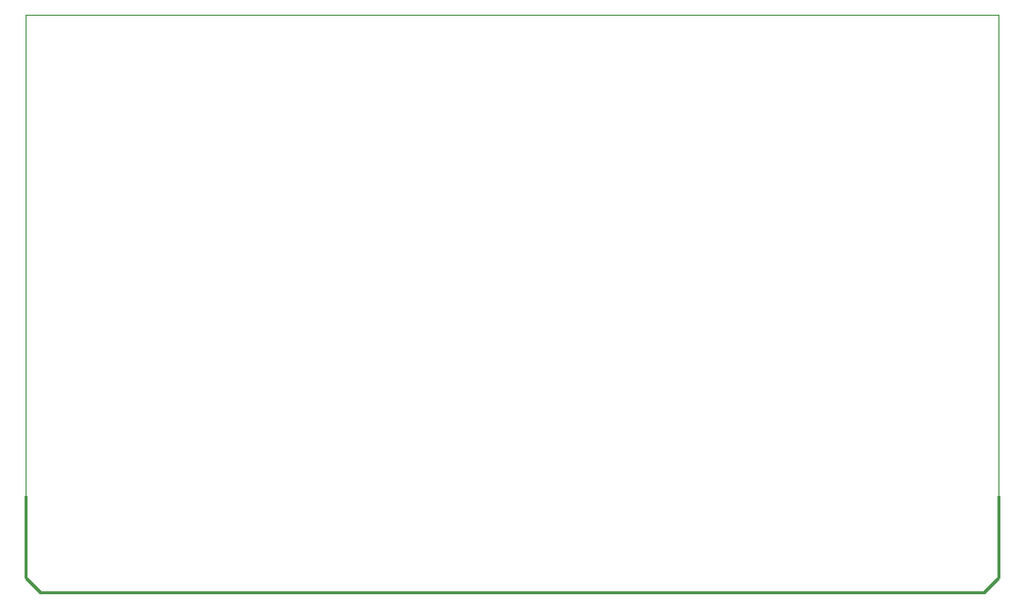
<source format=gbr>
G04 #@! TF.GenerationSoftware,KiCad,Pcbnew,(5.1.4)-1*
G04 #@! TF.CreationDate,2021-02-27T03:26:27-03:00*
G04 #@! TF.ProjectId,OpenDrive-Genesis,4f70656e-4472-4697-9665-2d47656e6573,rev?*
G04 #@! TF.SameCoordinates,Original*
G04 #@! TF.FileFunction,Profile,NP*
%FSLAX46Y46*%
G04 Gerber Fmt 4.6, Leading zero omitted, Abs format (unit mm)*
G04 Created by KiCad (PCBNEW (5.1.4)-1) date 2021-02-27 03:26:27*
%MOMM*%
%LPD*%
G04 APERTURE LIST*
%ADD10C,0.050000*%
%ADD11C,0.254000*%
G04 APERTURE END LIST*
D10*
X50419000Y-42799000D02*
X55499000Y-42799000D01*
X55499000Y-42799000D02*
X134239000Y-42799000D01*
X50419000Y-84328000D02*
X50419000Y-42799000D01*
X134239000Y-42799000D02*
X134239000Y-84328000D01*
D11*
X134239000Y-91313000D02*
X134239000Y-84328000D01*
X132969000Y-92583000D02*
X134239000Y-91313000D01*
X51689000Y-92583000D02*
X132969000Y-92583000D01*
X50419000Y-91313000D02*
X51689000Y-92583000D01*
X50419000Y-84328000D02*
X50419000Y-91313000D01*
M02*

</source>
